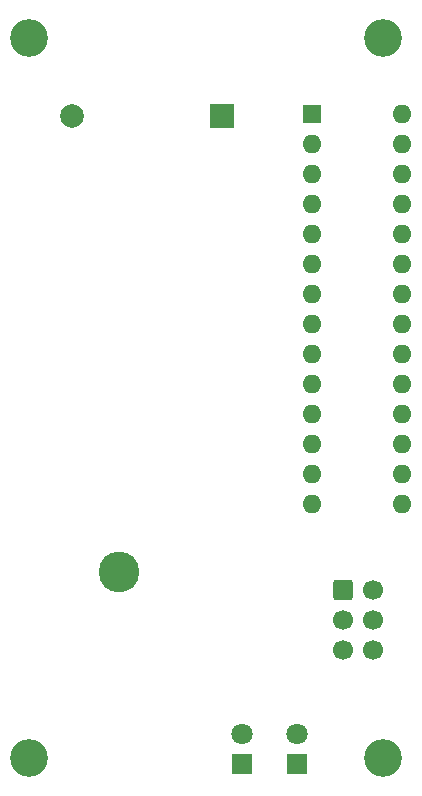
<source format=gbr>
%TF.GenerationSoftware,KiCad,Pcbnew,7.0.10*%
%TF.CreationDate,2024-01-08T16:26:41+01:00*%
%TF.ProjectId,mold_detect,6d6f6c64-5f64-4657-9465-63742e6b6963,rev?*%
%TF.SameCoordinates,Original*%
%TF.FileFunction,Soldermask,Bot*%
%TF.FilePolarity,Negative*%
%FSLAX46Y46*%
G04 Gerber Fmt 4.6, Leading zero omitted, Abs format (unit mm)*
G04 Created by KiCad (PCBNEW 7.0.10) date 2024-01-08 16:26:41*
%MOMM*%
%LPD*%
G01*
G04 APERTURE LIST*
G04 Aperture macros list*
%AMRoundRect*
0 Rectangle with rounded corners*
0 $1 Rounding radius*
0 $2 $3 $4 $5 $6 $7 $8 $9 X,Y pos of 4 corners*
0 Add a 4 corners polygon primitive as box body*
4,1,4,$2,$3,$4,$5,$6,$7,$8,$9,$2,$3,0*
0 Add four circle primitives for the rounded corners*
1,1,$1+$1,$2,$3*
1,1,$1+$1,$4,$5*
1,1,$1+$1,$6,$7*
1,1,$1+$1,$8,$9*
0 Add four rect primitives between the rounded corners*
20,1,$1+$1,$2,$3,$4,$5,0*
20,1,$1+$1,$4,$5,$6,$7,0*
20,1,$1+$1,$6,$7,$8,$9,0*
20,1,$1+$1,$8,$9,$2,$3,0*%
G04 Aperture macros list end*
%ADD10C,3.450000*%
%ADD11R,2.000000X2.000000*%
%ADD12C,2.000000*%
%ADD13C,3.200000*%
%ADD14R,1.800000X1.800000*%
%ADD15C,1.800000*%
%ADD16RoundRect,0.250000X-0.600000X-0.600000X0.600000X-0.600000X0.600000X0.600000X-0.600000X0.600000X0*%
%ADD17C,1.700000*%
%ADD18R,1.600000X1.600000*%
%ADD19O,1.600000X1.600000*%
G04 APERTURE END LIST*
D10*
%TO.C,BT1*%
X89650000Y-128210000D03*
D11*
X98350000Y-89600000D03*
D12*
X85650000Y-89600000D03*
%TD*%
D13*
%TO.C,H4*%
X112000000Y-83000000D03*
%TD*%
D14*
%TO.C,Red1*%
X100000000Y-144475000D03*
D15*
X100000000Y-141935000D03*
%TD*%
D14*
%TO.C,Blue1*%
X104700000Y-144475000D03*
D15*
X104700000Y-141935000D03*
%TD*%
D16*
%TO.C,J1*%
X108580000Y-129750000D03*
D17*
X111120000Y-129750000D03*
X108580000Y-132290000D03*
X111120000Y-132290000D03*
X108580000Y-134830000D03*
X111120000Y-134830000D03*
%TD*%
D13*
%TO.C,H1*%
X82000000Y-144000000D03*
%TD*%
%TO.C,H2*%
X82000000Y-83000000D03*
%TD*%
%TO.C,H3*%
X112000000Y-144000000D03*
%TD*%
D18*
%TO.C,U3*%
X106000000Y-89460000D03*
D19*
X106000000Y-92000000D03*
X106000000Y-94540000D03*
X106000000Y-97080000D03*
X106000000Y-99620000D03*
X106000000Y-102160000D03*
X106000000Y-104700000D03*
X106000000Y-107240000D03*
X106000000Y-109780000D03*
X106000000Y-112320000D03*
X106000000Y-114860000D03*
X106000000Y-117400000D03*
X106000000Y-119940000D03*
X106000000Y-122480000D03*
X113620000Y-122480000D03*
X113620000Y-119940000D03*
X113620000Y-117400000D03*
X113620000Y-114860000D03*
X113620000Y-112320000D03*
X113620000Y-109780000D03*
X113620000Y-107240000D03*
X113620000Y-104700000D03*
X113620000Y-102160000D03*
X113620000Y-99620000D03*
X113620000Y-97080000D03*
X113620000Y-94540000D03*
X113620000Y-92000000D03*
X113620000Y-89460000D03*
%TD*%
M02*

</source>
